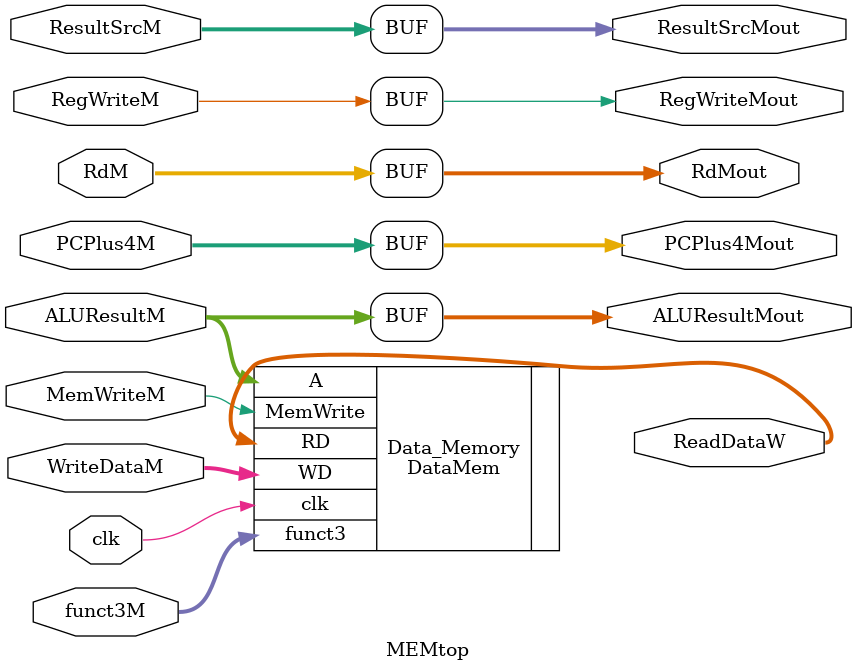
<source format=sv>
module MEMtop #(
    parameter DATA_WIDTH = 32
)(
    input logic clk,
    input logic RegWriteM,
    input logic [1:0] ResultSrcM,
    input logic MemWriteM,

    input logic [DATA_WIDTH-1:0] ALUResultM,
    input logic [DATA_WIDTH-1:0] WriteDataM,
    input logic [4:0] RdM,
    input logic [DATA_WIDTH-1:0] PCPlus4M,
    input logic [2:0] funct3M,

    output logic RegWriteMout,
    output logic [1:0] ResultSrcMout,
    output logic [DATA_WIDTH-1:0] ReadDataW,
    output logic [4:0] RdMout,
    output logic [DATA_WIDTH-1:0] PCPlus4Mout,
    output logic [DATA_WIDTH-1:0] ALUResultMout
);

    DataMem#(
        .DATA_WIDTH(DATA_WIDTH)
    ) Data_Memory(
        .clk(clk),
        .funct3(funct3M),
        .MemWrite(MemWriteM),
        .A(ALUResultM),
        .WD(WriteDataM),
        .RD(ReadDataW)
    );


    assign RegWriteMout = RegWriteM;
    assign ResultSrcMout = ResultSrcM;
    assign RdMout = RdM;
    assign PCPlus4Mout = PCPlus4M;
    assign ALUResultMout = ALUResultM;
endmodule

</source>
